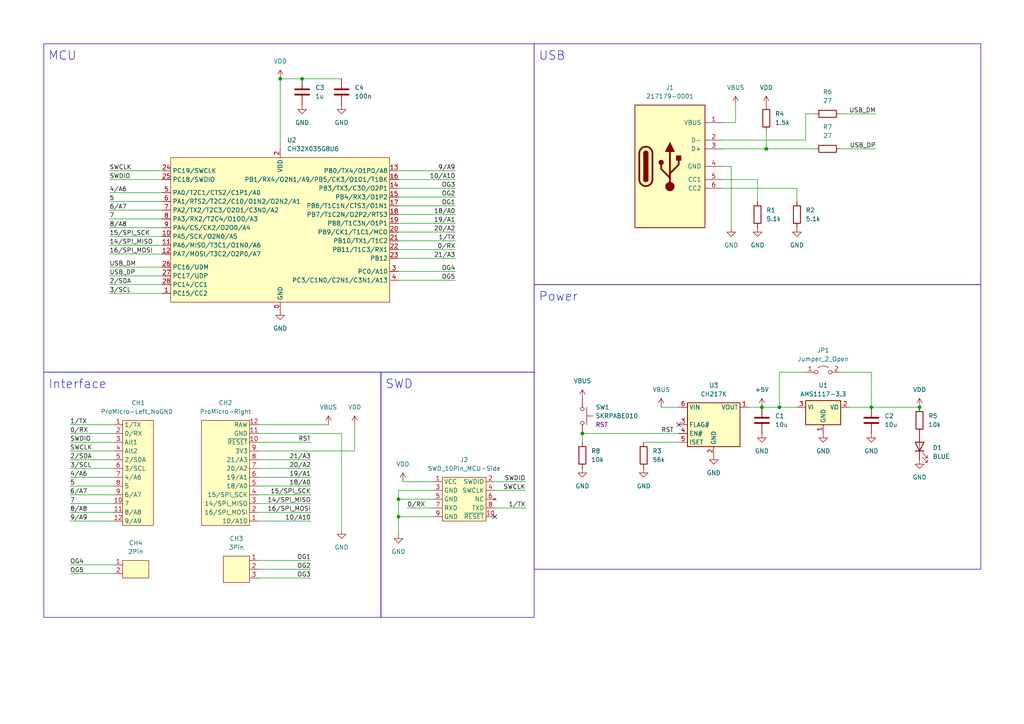
<source format=kicad_sch>
(kicad_sch (version 20230121) (generator eeschema)
  (paper "A4")
  (title_block (title "ch32x035 ProMicro") (date "2023-09-18") (rev "1.0.1") (company "@74th"))
  (lib_symbols
    (symbol "$74th:2Pin"
      (property "Reference" "CH" (at 0 2.54 0))
      (property "Value" "2Pin" (at 0 5.08 0))
      (symbol "2Pin_0_1"
        (rectangle (start -3.81 1.27) (end 3.81 -3.81) (stroke (width 0.1524)) (fill (type background)))
      )
      (symbol "2Pin_1_1"
        (pin bidirectional line (at 6.35 0 180) (length 2.54) (name "") (number "1"))
        (pin bidirectional line (at 6.35 -2.54 180) (length 2.54) (name "") (number "2"))
      )
    )
    (symbol "$74th:CH217K-USB_Power_Limit_Switch"
      (property "Reference" "U" (at -6.35 5.08 0))
      (property "Value" "CH217K" (at 3.81 5.08 0))
      (symbol "CH217K-USB_Power_Limit_Switch_1_1"
        (rectangle (start -7.62 3.81) (end 7.62 -8.89) (stroke (width 0.254)) (fill (type background)))
        (pin power_out line (at 10.16 2.54 180) (length 2.54) (name "VOUT") (number "1"))
        (pin power_in line (at 0 -11.43 90) (length 2.54) (name "GND") (number "2"))
        (pin input line (at -10.16 -2.54 0) (length 2.54) (name "FLAG#") (number "3"))
        (pin input line (at -10.16 -5.08 0) (length 2.54) (name "EN#") (number "4"))
        (pin input line (at -10.16 -7.62 0) (length 2.54) (name "ISET") (number "5"))
        (pin power_in line (at -10.16 2.54 0) (length 2.54) (name "VIN") (number "6"))
      )
    )
    (symbol "74th_Interface:3Pin"
      (property "Reference" "CH" (at 0 2.54 0))
      (property "Value" "3Pin" (at 0 5.08 0))
      (symbol "3Pin_0_1"
        (rectangle (start -3.81 1.27) (end 3.81 -6.35) (stroke (width 0.1524)) (fill (type background)))
      )
      (symbol "3Pin_1_1"
        (pin bidirectional line (at 6.35 0 180) (length 2.54) (name "") (number "1"))
        (pin bidirectional line (at 6.35 -2.54 180) (length 2.54) (name "") (number "2"))
        (pin bidirectional line (at 6.35 -5.08 180) (length 2.54) (name "") (number "3"))
      )
    )
    (symbol "74th_Interface:ProMicro-Left_NoGND"
      (property "Reference" "CH" (at 0 12.7 0))
      (property "Value" "ProMicro-Left_NoGND" (at 0 15.24 0))
      (symbol "ProMicro-Left_NoGND_0_1"
        (rectangle (start -3.81 11.43) (end 5.08 -19.05) (stroke (width 0.1524)) (fill (type background)))
      )
      (symbol "ProMicro-Left_NoGND_1_1"
        (pin bidirectional line (at -6.35 10.16 0) (length 2.54) (name "1/TX") (number "1"))
        (pin bidirectional line (at -6.35 -12.7 0) (length 2.54) (name "7") (number "10"))
        (pin bidirectional line (at -6.35 -15.24 0) (length 2.54) (name "8/A8") (number "11"))
        (pin bidirectional line (at -6.35 -17.78 0) (length 2.54) (name "9/A9") (number "12"))
        (pin bidirectional line (at -6.35 7.62 0) (length 2.54) (name "0/RX") (number "2"))
        (pin bidirectional line (at -6.35 5.08 0) (length 2.54) (name "Alt1") (number "3"))
        (pin bidirectional line (at -6.35 2.54 0) (length 2.54) (name "Alt2") (number "4"))
        (pin bidirectional line (at -6.35 0 0) (length 2.54) (name "2/SDA") (number "5"))
        (pin bidirectional line (at -6.35 -2.54 0) (length 2.54) (name "3/SCL") (number "6"))
        (pin bidirectional line (at -6.35 -5.08 0) (length 2.54) (name "4/A6") (number "7"))
        (pin bidirectional line (at -6.35 -7.62 0) (length 2.54) (name "5") (number "8"))
        (pin bidirectional line (at -6.35 -10.16 0) (length 2.54) (name "6/A7") (number "9"))
      )
    )
    (symbol "74th_Interface:ProMicro-Right"
      (property "Reference" "CH" (at 0 12.7 0))
      (property "Value" "ProMicro-Right" (at 0 15.24 0))
      (symbol "ProMicro-Right_0_1"
        (rectangle (start -3.81 11.43) (end 10.16 -19.05) (stroke (width 0.1524)) (fill (type background)))
      )
      (symbol "ProMicro-Right_1_1"
        (pin bidirectional line (at 12.7 -17.78 180) (length 2.54) (name "10/A10") (number "1"))
        (pin input line (at 12.7 5.08 180) (length 2.54) (name "~{RESET}") (number "10"))
        (pin power_in line (at 12.7 7.62 180) (length 2.54) (name "GND") (number "11"))
        (pin power_in line (at 12.7 10.16 180) (length 2.54) (name "RAW") (number "12"))
        (pin bidirectional line (at 12.7 -15.24 180) (length 2.54) (name "16/SPI_MOSI") (number "2"))
        (pin bidirectional line (at 12.7 -12.7 180) (length 2.54) (name "14/SPI_MISO") (number "3"))
        (pin bidirectional line (at 12.7 -10.16 180) (length 2.54) (name "15/SPI_SCK") (number "4"))
        (pin bidirectional line (at 12.7 -7.62 180) (length 2.54) (name "18/A0") (number "5"))
        (pin bidirectional line (at 12.7 -5.08 180) (length 2.54) (name "19/A1") (number "6"))
        (pin bidirectional line (at 12.7 -2.54 180) (length 2.54) (name "20/A2") (number "7"))
        (pin bidirectional line (at 12.7 0 180) (length 2.54) (name "21/A3") (number "8"))
        (pin power_in line (at 12.7 2.54 180) (length 2.54) (name "3V3") (number "9"))
      )
    )
    (symbol "74th_Interface:SWD_10Pin_MCU-Side"
      (property "Reference" "J" (at 0 7.62 0))
      (property "Value" "SWD_10Pin_MCU-Side" (at 0 5.08 0))
      (symbol "SWD_10Pin_MCU-Side_0_1"
        (rectangle (start -6.35 3.81) (end 6.35 -8.89) (fill (type background)))
      )
      (symbol "SWD_10Pin_MCU-Side_1_1"
        (pin passive line (at -8.89 2.54 0) (length 2.54) (name "VCC") (number "1"))
        (pin bidirectional line (at 8.89 -7.62 180) (length 2.54) (name "~{RESET}") (number "10"))
        (pin bidirectional line (at 8.89 2.54 180) (length 2.54) (name "SWDIO") (number "2"))
        (pin passive line (at -8.89 0 0) (length 2.54) (name "GND") (number "3"))
        (pin input line (at 8.89 0 180) (length 2.54) (name "SWCLK") (number "4"))
        (pin passive line (at -8.89 -2.54 0) (length 2.54) (name "GND") (number "5"))
        (pin no_connect line (at 8.89 -2.54 180) (length 2.54) (name "NC") (number "6"))
        (pin input line (at -8.89 -5.08 0) (length 2.54) (name "RXD") (number "7"))
        (pin output line (at 8.89 -5.08 180) (length 2.54) (name "TXD") (number "8"))
        (pin passive line (at -8.89 -7.62 0) (length 2.54) (name "GND") (number "9"))
      )
    )
    (symbol "74th_Interface:SW_SKRPABE010" (pin_numbers hide) (pin_names (offset 1.016) hide)
      (property "Reference" "SW" (at 1.27 2.54 0))
      (property "Value" "SW_SKRPABE010" (at 0 -1.524 0))
      (property "Function" "Function" (at 0 -3.81 0))
      (symbol "SW_SKRPABE010_0_1"
        (circle (center -2.032 0) (radius 0.508))
        (polyline (pts (xy 0 1.27) (xy 0 3.048)))
        (polyline (pts (xy 2.54 1.27) (xy -2.54 1.27)))
        (circle (center 2.032 0) (radius 0.508))
        (pin passive line (at -5.08 0 0) (length 2.54) (name "1") (number "1"))
        (pin passive line (at 5.08 0 180) (length 2.54) (name "2") (number "2"))
      )
    )
    (symbol "74th_Interface:USB_TypeC-2.0_Receptacle" (pin_names (offset 1.016))
      (property "Reference" "J" (at -10.16 19.05 0))
      (property "Value" "USB_TypeC-2.0_Receptacle" (at 15.24 19.05 0))
      (symbol "USB_TypeC-2.0_Receptacle_0_1"
        (rectangle (start -10.16 17.78) (end 10.16 -17.78) (stroke (width 0.254)) (fill (type background)))
        (arc (start -8.89 -3.81) (mid -6.985 -5.7067) (end -5.08 -3.81) (stroke (width 0.508)))
        (arc (start -7.62 -3.81) (mid -6.985 -4.4423) (end -6.35 -3.81) (stroke (width 0.254)))
        (arc (start -7.62 -3.81) (mid -6.985 -4.4423) (end -6.35 -3.81) (stroke (width 0.254)) (fill (type outline)))
        (rectangle (start -7.62 -3.81) (end -6.35 3.81) (stroke (width 0.254)) (fill (type outline)))
        (arc (start -6.35 3.81) (mid -6.985 4.4423) (end -7.62 3.81) (stroke (width 0.254)))
        (arc (start -6.35 3.81) (mid -6.985 4.4423) (end -7.62 3.81) (stroke (width 0.254)) (fill (type outline)))
        (arc (start -5.08 3.81) (mid -6.985 5.7067) (end -8.89 3.81) (stroke (width 0.508)))
        (circle (center -2.54 1.143) (radius 0.635) (stroke (width 0.254)) (fill (type outline)))
        (circle (center 0 -5.842) (radius 1.27) (fill (type outline)))
        (polyline (pts (xy -8.89 -3.81) (xy -8.89 3.81)) (stroke (width 0.508)))
        (polyline (pts (xy -5.08 3.81) (xy -5.08 -3.81)) (stroke (width 0.508)))
        (polyline (pts (xy 0 -5.842) (xy 0 4.318)) (stroke (width 0.508)))
        (polyline (pts (xy 0 -3.302) (xy -2.54 -0.762) (xy -2.54 0.508)) (stroke (width 0.508)))
        (polyline (pts (xy 0 -2.032) (xy 2.54 0.508) (xy 2.54 1.778)) (stroke (width 0.508)))
        (polyline (pts (xy -1.27 4.318) (xy 0 6.858) (xy 1.27 4.318) (xy -1.27 4.318)) (stroke (width 0.254)) (fill (type outline)))
        (rectangle (start 1.905 1.778) (end 3.175 3.048) (stroke (width 0.254)) (fill (type outline)))
      )
      (symbol "USB_TypeC-2.0_Receptacle_1_1"
        (pin power_out line (at 15.24 12.7 180) (length 5.08) (name "VBUS") (number "1"))
        (pin bidirectional line (at 15.24 7.62 180) (length 5.08) (name "D-") (number "2"))
        (pin bidirectional line (at 15.24 5.08 180) (length 5.08) (name "D+") (number "3"))
        (pin power_out line (at 15.24 0 180) (length 5.08) (name "GND") (number "4"))
        (pin input line (at 15.24 -3.81 180) (length 5.08) (name "CC1") (number "5"))
        (pin input line (at 15.24 -6.35 180) (length 5.08) (name "CC2") (number "6"))
      )
    )
    (symbol "74th_MCU:CH32X035G8U6"
      (property "Reference" "U" (at 13.97 3.81 0))
      (property "Value" "CH32X035G8U6" (at 22.86 -40.64 0))
      (symbol "CH32X035G8U6_0_1"
        (rectangle (start -31.75 2.54) (end 31.75 -39.37) (fill (type background)))
      )
      (symbol "CH32X035G8U6_1_1"
        (pin power_in line (at 0 -41.91 90) (length 2.54) (name "GND") (number "0"))
        (pin bidirectional line (at -34.29 -36.83 0) (length 2.54) (name "PC15/CC2") (number "1"))
        (pin bidirectional line (at -34.29 -20.32 0) (length 2.54) (name "PA5/SCK/O2N0/A5") (number "10"))
        (pin bidirectional line (at -34.29 -22.86 0) (length 2.54) (name "PA6/MISO/T3C1/O1N0/A6") (number "11"))
        (pin bidirectional line (at -34.29 -25.4 0) (length 2.54) (name "PA7/MOSI/T3C2/O2P0/A7") (number "12"))
        (pin bidirectional line (at 34.29 -1.27 180) (length 2.54) (name "PB0/TX4/O1P0/A8") (number "13"))
        (pin bidirectional line (at 34.29 -6.35 180) (length 2.54) (name "PB3/TX3/C3O/O2P1") (number "14"))
        (pin bidirectional line (at 34.29 -8.89 180) (length 2.54) (name "PB4/RX3/O1P2") (number "15"))
        (pin bidirectional line (at 34.29 -3.81 180) (length 2.54) (name "PB1/RX4/O2N1/A9/PB5/CK3/O1O1/T1BK") (number "16"))
        (pin bidirectional line (at 34.29 -11.43 180) (length 2.54) (name "PB6/T1C1N/CTS3/O1N1") (number "17"))
        (pin bidirectional line (at 34.29 -13.97 180) (length 2.54) (name "PB7/T1C2N/O2P2/RTS3") (number "18"))
        (pin bidirectional line (at 34.29 -16.51 180) (length 2.54) (name "PB8/T1C3N/O1P1") (number "19"))
        (pin power_in line (at 0 5.08 270) (length 2.54) (name "VDD") (number "2"))
        (pin bidirectional line (at 34.29 -19.05 180) (length 2.54) (name "PB9/CK1/T1C1/MCO") (number "20"))
        (pin bidirectional line (at 34.29 -21.59 180) (length 2.54) (name "PB10/TX1/T1C2") (number "21"))
        (pin bidirectional line (at 34.29 -24.13 180) (length 2.54) (name "PB11/T1C3/RX1") (number "22"))
        (pin bidirectional line (at 34.29 -26.67 180) (length 2.54) (name "PB12") (number "23"))
        (pin bidirectional line (at -34.29 -1.27 0) (length 2.54) (name "PC19/SWCLK") (number "24"))
        (pin bidirectional line (at -34.29 -3.81 0) (length 2.54) (name "PC18/SWDIO") (number "25"))
        (pin bidirectional line (at -34.29 -29.21 0) (length 2.54) (name "PC16/UDM") (number "26"))
        (pin bidirectional line (at -34.29 -31.75 0) (length 2.54) (name "PC17/UDP") (number "27"))
        (pin bidirectional line (at -34.29 -34.29 0) (length 2.54) (name "PC14/CC1") (number "28"))
        (pin bidirectional line (at 34.29 -30.48 180) (length 2.54) (name "PC0/A10") (number "3"))
        (pin bidirectional line (at 34.29 -33.02 180) (length 2.54) (name "PC3/C1N0/C2N1/C3N1/A13") (number "4"))
        (pin bidirectional line (at -34.29 -7.62 0) (length 2.54) (name "PA0/T2C1/CTS2/C1P1/A0") (number "5"))
        (pin bidirectional line (at -34.29 -10.16 0) (length 2.54) (name "PA1/RTS2/T2C2/C10/O1N2/O2N2/A1") (number "6"))
        (pin bidirectional line (at -34.29 -12.7 0) (length 2.54) (name "PA2/TX2/T2C3/O2O1/C3N0/A2") (number "7"))
        (pin bidirectional line (at -34.29 -15.24 0) (length 2.54) (name "PA3/RX2/T2C4/O1O0/A3") (number "8"))
        (pin bidirectional line (at -34.29 -17.78 0) (length 2.54) (name "PA4/CS/CK2/O2O0/A4") (number "9"))
      )
    )
    (symbol "74th_Passive:AMS1117-3.3_Regulator_SOT89"
      (property "Reference" "U" (at -3.81 3.175 0))
      (property "Value" "AMS1117" (at 0 3.175 0))
      (symbol "AMS1117-3.3_Regulator_SOT89_0_1"
        (rectangle (start -5.08 1.905) (end 5.08 -5.08) (stroke (width 0.254)) (fill (type background)))
      )
      (symbol "AMS1117-3.3_Regulator_SOT89_1_1"
        (pin power_in line (at 0 -7.62 90) (length 2.54) (name "GND") (number "1"))
        (pin power_out line (at 7.62 0 180) (length 2.54) (name "VO") (number "2"))
        (pin power_in line (at -7.62 0 0) (length 2.54) (name "VI") (number "3"))
      )
    )
    (symbol "Device:C" (pin_numbers hide) (pin_names (offset 0.254))
      (property "Reference" "C" (at 0.635 2.54 0))
      (property "Value" "C" (at 0.635 -2.54 0))
      (symbol "C_0_1"
        (polyline (pts (xy -2.032 -0.762) (xy 2.032 -0.762)) (stroke (width 0.508)))
        (polyline (pts (xy -2.032 0.762) (xy 2.032 0.762)) (stroke (width 0.508)))
      )
      (symbol "C_1_1"
        (pin passive line (at 0 3.81 270) (length 2.794) (name "~") (number "1"))
        (pin passive line (at 0 -3.81 90) (length 2.794) (name "~") (number "2"))
      )
    )
    (symbol "Device:LED" (pin_numbers hide) (pin_names (offset 1.016) hide)
      (property "Reference" "D" (at 0 2.54 0))
      (property "Value" "LED" (at 0 -2.54 0))
      (symbol "LED_0_1"
        (polyline (pts (xy -1.27 -1.27) (xy -1.27 1.27)) (stroke (width 0.254)))
        (polyline (pts (xy -1.27 0) (xy 1.27 0)))
        (polyline (pts (xy 1.27 -1.27) (xy 1.27 1.27) (xy -1.27 0) (xy 1.27 -1.27)) (stroke (width 0.254)))
        (polyline (pts (xy -3.048 -0.762) (xy -4.572 -2.286) (xy -3.81 -2.286) (xy -4.572 -2.286) (xy -4.572 -1.524)))
        (polyline (pts (xy -1.778 -0.762) (xy -3.302 -2.286) (xy -2.54 -2.286) (xy -3.302 -2.286) (xy -3.302 -1.524)))
      )
      (symbol "LED_1_1"
        (pin passive line (at -3.81 0 0) (length 2.54) (name "K") (number "1"))
        (pin passive line (at 3.81 0 180) (length 2.54) (name "A") (number "2"))
      )
    )
    (symbol "Device:R" (pin_numbers hide) (pin_names (offset 0))
      (property "Reference" "R" (at 2.032 0 90))
      (property "Value" "R" (at 0 0 90))
      (symbol "R_0_1"
        (rectangle (start -1.016 -2.54) (end 1.016 2.54) (stroke (width 0.254)))
      )
      (symbol "R_1_1"
        (pin passive line (at 0 3.81 270) (length 1.27) (name "~") (number "1"))
        (pin passive line (at 0 -3.81 90) (length 1.27) (name "~") (number "2"))
      )
    )
    (symbol "Jumper:Jumper_2_Open" (pin_names (offset 0) hide)
      (property "Reference" "JP" (at 0 2.794 0))
      (property "Value" "Jumper_2_Open" (at 0 -2.286 0))
      (symbol "Jumper_2_Open_0_0"
        (circle (center -2.032 0) (radius 0.508))
        (circle (center 2.032 0) (radius 0.508))
      )
      (symbol "Jumper_2_Open_0_1"
        (arc (start 1.524 1.27) (mid 0 1.778) (end -1.524 1.27))
      )
      (symbol "Jumper_2_Open_1_1"
        (pin passive line (at -5.08 0 0) (length 2.54) (name "A") (number "1"))
        (pin passive line (at 5.08 0 180) (length 2.54) (name "B") (number "2"))
      )
    )
    (symbol "power:+5V" (power) (pin_names (offset 0))
      (property "Value" "+5V" (at 0 3.556 0))
      (symbol "+5V_0_1"
        (polyline (pts (xy -0.762 1.27) (xy 0 2.54)))
        (polyline (pts (xy 0 0) (xy 0 2.54)))
        (polyline (pts (xy 0 2.54) (xy 0.762 1.27)))
      )
      (symbol "+5V_1_1"
        (pin power_in line (at 0 0 90) (length 0) hide (name "+5V") (number "1"))
      )
    )
    (symbol "power:GND" (power) (pin_names (offset 0))
      (property "Value" "GND" (at 0 -3.81 0))
      (symbol "GND_0_1"
        (polyline (pts (xy 0 0) (xy 0 -1.27) (xy 1.27 -1.27) (xy 0 -2.54) (xy -1.27 -1.27) (xy 0 -1.27)))
      )
      (symbol "GND_1_1"
        (pin power_in line (at 0 0 270) (length 0) hide (name "GND") (number "1"))
      )
    )
    (symbol "power:VBUS" (power) (pin_names (offset 0))
      (property "Value" "VBUS" (at 0 3.81 0))
      (symbol "VBUS_0_1"
        (polyline (pts (xy -0.762 1.27) (xy 0 2.54)))
        (polyline (pts (xy 0 0) (xy 0 2.54)))
        (polyline (pts (xy 0 2.54) (xy 0.762 1.27)))
      )
      (symbol "VBUS_1_1"
        (pin power_in line (at 0 0 90) (length 0) hide (name "VBUS") (number "1"))
      )
    )
    (symbol "power:VDD" (power) (pin_names (offset 0))
      (property "Value" "VDD" (at 0 3.81 0))
      (symbol "VDD_0_1"
        (polyline (pts (xy -0.762 1.27) (xy 0 2.54)))
        (polyline (pts (xy 0 0) (xy 0 2.54)))
        (polyline (pts (xy 0 2.54) (xy 0.762 1.27)))
      )
      (symbol "VDD_1_1"
        (pin power_in line (at 0 0 90) (length 0) hide (name "VDD") (number "1"))
      )
    )
  )
  (junction (at 226.06 118.11))
  (junction (at 220.98 118.11))
  (junction (at 252.73 118.11))
  (junction (at 87.63 22.86))
  (junction (at 222.25 43.18))
  (junction (at 115.57 144.78))
  (junction (at 115.57 149.86))
  (junction (at 81.28 22.86))
  (junction (at 266.7 118.11))
  (junction (at 168.91 125.73))
  (no_connect (at 196.85 123.19))
  (no_connect (at 143.51 149.86))
  (wire (pts (xy 209.55 35.56) (xy 213.36 35.56)))
  (wire (pts (xy 31.75 60.96) (xy 46.99 60.96)))
  (wire (pts (xy 74.93 123.19) (xy 95.25 123.19)))
  (wire (pts (xy 31.75 77.47) (xy 46.99 77.47)))
  (wire (pts (xy 115.57 74.93) (xy 132.08 74.93)))
  (wire (pts (xy 125.73 142.24) (xy 115.57 142.24)))
  (wire (pts (xy 243.84 43.18) (xy 254 43.18)))
  (wire (pts (xy 31.75 52.07) (xy 46.99 52.07)))
  (wire (pts (xy 74.93 165.1) (xy 90.17 165.1)))
  (wire (pts (xy 209.55 48.26) (xy 212.09 48.26)))
  (wire (pts (xy 115.57 142.24) (xy 115.57 144.78)))
  (wire (pts (xy 115.57 52.07) (xy 132.08 52.07)))
  (wire (pts (xy 213.36 35.56) (xy 213.36 30.48)))
  (wire (pts (xy 209.55 52.07) (xy 219.71 52.07)))
  (wire (pts (xy 74.93 146.05) (xy 90.17 146.05)))
  (wire (pts (xy 115.57 144.78) (xy 115.57 149.86)))
  (wire (pts (xy 115.57 67.31) (xy 132.08 67.31)))
  (wire (pts (xy 74.93 148.59) (xy 90.17 148.59)))
  (wire (pts (xy 226.06 107.95) (xy 226.06 118.11)))
  (wire (pts (xy 115.57 81.28) (xy 132.08 81.28)))
  (wire (pts (xy 115.57 62.23) (xy 132.08 62.23)))
  (wire (pts (xy 219.71 52.07) (xy 219.71 58.42)))
  (wire (pts (xy 143.51 147.32) (xy 152.4 147.32)))
  (wire (pts (xy 20.32 140.97) (xy 33.02 140.97)))
  (wire (pts (xy 115.57 64.77) (xy 132.08 64.77)))
  (wire (pts (xy 231.14 54.61) (xy 231.14 58.42)))
  (wire (pts (xy 74.93 162.56) (xy 90.17 162.56)))
  (wire (pts (xy 74.93 125.73) (xy 99.06 125.73)))
  (wire (pts (xy 252.73 118.11) (xy 266.7 118.11)))
  (wire (pts (xy 31.75 82.55) (xy 46.99 82.55)))
  (wire (pts (xy 74.93 151.13) (xy 90.17 151.13)))
  (wire (pts (xy 116.84 139.7) (xy 125.73 139.7)))
  (wire (pts (xy 31.75 66.04) (xy 46.99 66.04)))
  (wire (pts (xy 115.57 49.53) (xy 132.08 49.53)))
  (wire (pts (xy 212.09 48.26) (xy 212.09 66.04)))
  (wire (pts (xy 31.75 58.42) (xy 46.99 58.42)))
  (wire (pts (xy 222.25 38.1) (xy 222.25 43.18)))
  (wire (pts (xy 31.75 68.58) (xy 46.99 68.58)))
  (wire (pts (xy 31.75 85.09) (xy 46.99 85.09)))
  (wire (pts (xy 233.68 33.02) (xy 236.22 33.02)))
  (wire (pts (xy 118.11 147.32) (xy 125.73 147.32)))
  (wire (pts (xy 20.32 130.81) (xy 33.02 130.81)))
  (wire (pts (xy 31.75 55.88) (xy 46.99 55.88)))
  (wire (pts (xy 102.87 130.81) (xy 102.87 123.19)))
  (wire (pts (xy 87.63 22.86) (xy 99.06 22.86)))
  (wire (pts (xy 81.28 22.86) (xy 81.28 43.18)))
  (wire (pts (xy 115.57 54.61) (xy 132.08 54.61)))
  (wire (pts (xy 74.93 130.81) (xy 102.87 130.81)))
  (wire (pts (xy 243.84 33.02) (xy 254 33.02)))
  (wire (pts (xy 191.77 118.11) (xy 196.85 118.11)))
  (wire (pts (xy 115.57 69.85) (xy 132.08 69.85)))
  (wire (pts (xy 31.75 71.12) (xy 46.99 71.12)))
  (wire (pts (xy 233.68 40.64) (xy 233.68 33.02)))
  (wire (pts (xy 209.55 54.61) (xy 231.14 54.61)))
  (wire (pts (xy 20.32 163.83) (xy 33.02 163.83)))
  (wire (pts (xy 209.55 43.18) (xy 222.25 43.18)))
  (wire (pts (xy 143.51 139.7) (xy 152.4 139.7)))
  (wire (pts (xy 233.68 107.95) (xy 226.06 107.95)))
  (wire (pts (xy 115.57 144.78) (xy 125.73 144.78)))
  (wire (pts (xy 20.32 143.51) (xy 33.02 143.51)))
  (wire (pts (xy 115.57 78.74) (xy 132.08 78.74)))
  (wire (pts (xy 31.75 63.5) (xy 46.99 63.5)))
  (wire (pts (xy 252.73 107.95) (xy 252.73 118.11)))
  (wire (pts (xy 222.25 43.18) (xy 236.22 43.18)))
  (wire (pts (xy 220.98 118.11) (xy 226.06 118.11)))
  (wire (pts (xy 20.32 135.89) (xy 33.02 135.89)))
  (wire (pts (xy 209.55 40.64) (xy 233.68 40.64)))
  (wire (pts (xy 115.57 57.15) (xy 132.08 57.15)))
  (wire (pts (xy 20.32 133.35) (xy 33.02 133.35)))
  (wire (pts (xy 115.57 149.86) (xy 125.73 149.86)))
  (wire (pts (xy 20.32 148.59) (xy 33.02 148.59)))
  (wire (pts (xy 74.93 143.51) (xy 90.17 143.51)))
  (wire (pts (xy 99.06 125.73) (xy 99.06 153.67)))
  (wire (pts (xy 243.84 107.95) (xy 252.73 107.95)))
  (wire (pts (xy 20.32 151.13) (xy 33.02 151.13)))
  (wire (pts (xy 74.93 167.64) (xy 90.17 167.64)))
  (wire (pts (xy 115.57 72.39) (xy 132.08 72.39)))
  (wire (pts (xy 20.32 138.43) (xy 33.02 138.43)))
  (wire (pts (xy 31.75 73.66) (xy 46.99 73.66)))
  (wire (pts (xy 115.57 59.69) (xy 132.08 59.69)))
  (wire (pts (xy 143.51 142.24) (xy 152.4 142.24)))
  (wire (pts (xy 74.93 133.35) (xy 90.17 133.35)))
  (wire (pts (xy 74.93 140.97) (xy 90.17 140.97)))
  (wire (pts (xy 226.06 118.11) (xy 231.14 118.11)))
  (wire (pts (xy 115.57 149.86) (xy 115.57 154.94)))
  (wire (pts (xy 74.93 128.27) (xy 90.17 128.27)))
  (wire (pts (xy 168.91 125.73) (xy 196.85 125.73)))
  (wire (pts (xy 220.98 118.11) (xy 217.17 118.11)))
  (wire (pts (xy 81.28 22.86) (xy 87.63 22.86)))
  (wire (pts (xy 168.91 125.73) (xy 168.91 128.27)))
  (wire (pts (xy 74.93 138.43) (xy 90.17 138.43)))
  (wire (pts (xy 31.75 80.01) (xy 46.99 80.01)))
  (wire (pts (xy 20.32 125.73) (xy 33.02 125.73)))
  (wire (pts (xy 186.69 128.27) (xy 196.85 128.27)))
  (wire (pts (xy 20.32 123.19) (xy 33.02 123.19)))
  (wire (pts (xy 20.32 128.27) (xy 33.02 128.27)))
  (wire (pts (xy 20.32 146.05) (xy 33.02 146.05)))
  (wire (pts (xy 246.38 118.11) (xy 252.73 118.11)))
  (wire (pts (xy 74.93 135.89) (xy 90.17 135.89)))
  (wire (pts (xy 31.75 49.53) (xy 46.99 49.53)))
  (wire (pts (xy 20.32 166.37) (xy 33.02 166.37)))
  (rectangle (start 154.94 12.7) (end 284.48 82.55))
  (rectangle (start 12.7 107.95) (end 110.49 179.07))
  (rectangle (start 12.7 12.7) (end 154.94 107.95))
  (rectangle (start 154.94 82.55) (end 284.48 165.1))
  (rectangle (start 110.49 107.95) (end 154.94 179.07))
  (text "MCU" (at 13.97 17.78 0) (effects (font (size 2.54 2.54)) (justify left bottom)))
  (text "USB" (at 156.21 17.78 0) (effects (font (size 2.54 2.54)) (justify left bottom)))
  (text "Power" (at 156.21 87.63 0) (effects (font (size 2.54 2.54)) (justify left bottom)))
  (text "Interface" (at 13.97 113.03 0) (effects (font (size 2.54 2.54)) (justify left bottom)))
  (text "SWD" (at 111.76 113.03 0) (effects (font (size 2.54 2.54)) (justify left bottom)))
  (label "SWDIO" (at 152.4 139.7 180))
  (label "15{slash}SPI_SCK" (at 31.75 68.58 0))
  (label "RST" (at 191.77 125.73 0))
  (label "5" (at 20.32 140.97 0))
  (label "2{slash}SDA" (at 20.32 133.35 0))
  (label "OG4" (at 20.32 163.83 0))
  (label "OG5" (at 132.08 81.28 180))
  (label "1{slash}TX" (at 132.08 69.85 180))
  (label "16{slash}SPI_MOSI" (at 31.75 73.66 0))
  (label "OG1" (at 90.17 162.56 180))
  (label "8{slash}A8" (at 20.32 148.59 0))
  (label "3{slash}SCL" (at 20.32 135.89 0))
  (label "RST" (at 90.17 128.27 180))
  (label "20{slash}A2" (at 132.08 67.31 180))
  (label "SWDIO" (at 31.75 52.07 0))
  (label "0{slash}RX" (at 118.11 147.32 0))
  (label "14{slash}SPI_MISO" (at 90.17 146.05 180))
  (label "4{slash}A6" (at 20.32 138.43 0))
  (label "7" (at 31.75 63.5 0))
  (label "SWCLK" (at 152.4 142.24 180))
  (label "19{slash}A1" (at 90.17 138.43 180))
  (label "1{slash}TX" (at 152.4 147.32 180))
  (label "USB_DP" (at 31.75 80.01 0))
  (label "20{slash}A2" (at 90.17 135.89 180))
  (label "OG2" (at 132.08 57.15 180))
  (label "OG2" (at 90.17 165.1 180))
  (label "OG4" (at 132.08 78.74 180))
  (label "18{slash}A0" (at 132.08 62.23 180))
  (label "OG3" (at 90.17 167.64 180))
  (label "2{slash}SDA" (at 31.75 82.55 0))
  (label "21{slash}A3" (at 132.08 74.93 180))
  (label "OG3" (at 132.08 54.61 180))
  (label "19{slash}A1" (at 132.08 64.77 180))
  (label "0{slash}RX" (at 20.32 125.73 0))
  (label "SWDIO" (at 20.32 128.27 0))
  (label "10{slash}A10" (at 90.17 151.13 180))
  (label "15{slash}SPI_SCK" (at 90.17 143.51 180))
  (label "21{slash}A3" (at 90.17 133.35 180))
  (label "5" (at 31.75 58.42 0))
  (label "16{slash}SPI_MOSI" (at 90.17 148.59 180))
  (label "6{slash}A7" (at 31.75 60.96 0))
  (label "OG1" (at 132.08 59.69 180))
  (label "0{slash}RX" (at 132.08 72.39 180))
  (label "OG5" (at 20.32 166.37 0))
  (label "10{slash}A10" (at 132.08 52.07 180))
  (label "1{slash}TX" (at 20.32 123.19 0))
  (label "14{slash}SPI_MISO" (at 31.75 71.12 0))
  (label "SWCLK" (at 31.75 49.53 0))
  (label "7" (at 20.32 146.05 0))
  (label "USB_DM" (at 254 33.02 180))
  (label "3{slash}SCL" (at 31.75 85.09 0))
  (label "4{slash}A6" (at 31.75 55.88 0))
  (label "SWCLK" (at 20.32 130.81 0))
  (label "18{slash}A0" (at 90.17 140.97 180))
  (label "8{slash}A8" (at 31.75 66.04 0))
  (label "USB_DP" (at 254 43.18 180))
  (label "USB_DM" (at 31.75 77.47 0))
  (label "6{slash}A7" (at 20.32 143.51 0))
  (label "9{slash}A9" (at 132.08 49.53 180))
  (label "9{slash}A9" (at 20.32 151.13 0))
  (symbol (lib_id "power:VDD") (at 81.28 22.86 0) (unit 1)
    (property "Reference" "#PWR019" (effects hide))
    (property "Value" "VDD" (at 81.28 17.78 0))
  )
  (symbol (lib_id "power:VDD") (at 116.84 139.7 0) (unit 1)
    (property "Reference" "#PWR010" (effects hide))
    (property "Value" "VDD" (at 116.84 134.62 0))
  )
  (symbol (lib_id "Device:R") (at 186.69 132.08 0) (unit 1)
    (property "Reference" "R3" (at 189.23 130.81 0) (effects (justify left)))
    (property "Value" "56k" (at 189.23 133.35 0) (effects (justify left)))
    (property "Footprint" "74th:Register_0603_1608" (effects hide))
  )
  (symbol (lib_id "$74th:CH217K-USB_Power_Limit_Switch") (at 207.01 120.65 0) (unit 1)
    (property "Reference" "U3" (at 207.01 111.76 0))
    (property "Value" "CH217K" (at 207.01 114.3 0))
    (property "Footprint" "Package_TO_SOT_SMD:SOT-23-6" (effects hide))
  )
  (symbol (lib_id "power:GND") (at 212.09 66.04 0) (unit 1)
    (property "Reference" "#PWR04" (effects hide))
    (property "Value" "GND" (at 212.09 71.12 0))
  )
  (symbol (lib_id "power:GND") (at 252.73 125.73 0) (unit 1)
    (property "Reference" "#PWR011" (effects hide))
    (property "Value" "GND" (at 252.73 130.81 0))
  )
  (symbol (lib_id "74th_Interface:SW_SKRPABE010") (at 168.91 120.65 270) (unit 1)
    (property "Reference" "SW1" (at 172.72 118.11 90) (effects (justify left)))
    (property "Value" "SKRPABE010" (at 172.72 120.65 90) (effects (justify left)))
    (property "Footprint" "74th:PushButton_SKRPABE010" (effects hide))
    (property "Function" "RST" (at 172.72 123.19 90) (effects (justify left)))
  )
  (symbol (lib_id "Device:C") (at 99.06 26.67 0) (unit 1)
    (property "Reference" "C4" (at 102.87 25.4 0) (effects (justify left)))
    (property "Value" "100n" (at 102.87 27.94 0) (effects (justify left)))
    (property "Footprint" "74th:Capacitor_0603_1608" (effects hide))
  )
  (symbol (lib_id "74th_Passive:AMS1117-3.3_Regulator_SOT89") (at 238.76 118.11 0) (unit 1)
    (property "Reference" "U1" (at 238.76 111.76 0))
    (property "Value" "AMS1117-3.3" (at 238.76 114.3 0))
    (property "Footprint" "Package_TO_SOT_SMD:SOT-89-3" (effects hide))
  )
  (symbol (lib_id "power:GND") (at 81.28 90.17 0) (unit 1)
    (property "Reference" "#PWR021" (effects hide))
    (property "Value" "GND" (at 81.28 95.25 0))
  )
  (symbol (lib_id "Jumper:Jumper_2_Open") (at 238.76 107.95 0) (unit 1)
    (property "Reference" "JP1" (at 238.76 101.6 0))
    (property "Value" "Jumper_2_Open" (at 238.76 104.14 0))
    (property "Footprint" "Jumper:SolderJumper-2_P1.3mm_Open_RoundedPad1.0x1.5mm" (effects hide))
  )
  (symbol (lib_id "power:GND") (at 87.63 30.48 0) (unit 1)
    (property "Reference" "#PWR027" (effects hide))
    (property "Value" "GND" (at 87.63 35.56 0))
  )
  (symbol (lib_id "power:GND") (at 266.7 133.35 0) (unit 1)
    (property "Reference" "#PWR029" (effects hide))
    (property "Value" "GND" (at 266.7 138.43 0))
  )
  (symbol (lib_id "power:GND") (at 207.01 132.08 0) (unit 1)
    (property "Reference" "#PWR013" (effects hide))
    (property "Value" "GND" (at 207.01 137.16 0))
  )
  (symbol (lib_id "Device:C") (at 87.63 26.67 0) (unit 1)
    (property "Reference" "C3" (at 91.44 25.4 0) (effects (justify left)))
    (property "Value" "1u" (at 91.44 27.94 0) (effects (justify left)))
    (property "Footprint" "74th:Capacitor_0603_1608" (effects hide))
  )
  (symbol (lib_id "Device:R") (at 231.14 62.23 0) (unit 1)
    (property "Reference" "R2" (at 233.68 60.96 0) (effects (justify left)))
    (property "Value" "5.1k" (at 233.68 63.5 0) (effects (justify left)))
    (property "Footprint" "74th:Register_0603_1608" (effects hide))
  )
  (symbol (lib_id "74th_MCU:CH32X035G8U6") (at 81.28 48.26 0) (unit 1)
    (property "Reference" "U2" (at 83.2359 40.64 0) (effects (justify left)))
    (property "Value" "CH32X035G8U6" (at 83.2359 43.18 0) (effects (justify left)))
    (property "Footprint" "74th:Package_QFN-28-1EP_4x4mm_P0.4mm_EP2.8x2.8mm" (effects hide))
    (property "Datasheet" "https://www.wch-ic.com/downloads/CH32X035DS0_PDF.html" (effects hide))
  )
  (symbol (lib_id "power:VBUS") (at 168.91 115.57 0) (unit 1)
    (property "Reference" "#PWR06" (effects hide))
    (property "Value" "VBUS" (at 168.91 110.49 0))
  )
  (symbol (lib_id "power:GND") (at 238.76 125.73 0) (unit 1)
    (property "Reference" "#PWR015" (effects hide))
    (property "Value" "GND" (at 238.76 130.81 0))
  )
  (symbol (lib_id "Device:R") (at 240.03 43.18 270) (unit 1)
    (property "Reference" "R7" (at 240.03 36.83 90))
    (property "Value" "27" (at 240.03 39.37 90))
    (property "Footprint" "74th:Register_0603_1608" (effects hide))
  )
  (symbol (lib_id "74th_Interface:ProMicro-Right") (at 62.23 133.35 0) (unit 1)
    (property "Reference" "CH2" (at 65.405 116.84 0))
    (property "Value" "ProMicro-Right" (at 65.405 119.38 0))
    (property "Footprint" "74th:PinOut_ProMicro-LIKE_RIGHT" (effects hide))
  )
  (symbol (lib_id "Device:C") (at 220.98 121.92 0) (unit 1)
    (property "Reference" "C1" (at 224.79 120.65 0) (effects (justify left)))
    (property "Value" "10u" (at 224.79 123.19 0) (effects (justify left)))
    (property "Footprint" "74th:Capacitor_0603_1608" (effects hide))
  )
  (symbol (lib_id "power:GND") (at 115.57 154.94 0) (unit 1)
    (property "Reference" "#PWR012" (effects hide))
    (property "Value" "GND" (at 115.57 160.02 0))
  )
  (symbol (lib_id "Device:R") (at 240.03 33.02 270) (unit 1)
    (property "Reference" "R6" (at 240.03 26.67 90))
    (property "Value" "27" (at 240.03 29.21 90))
    (property "Footprint" "74th:Register_0603_1608" (effects hide))
  )
  (symbol (lib_id "power:GND") (at 99.06 30.48 0) (unit 1)
    (property "Reference" "#PWR028" (effects hide))
    (property "Value" "GND" (at 99.06 35.56 0))
  )
  (symbol (lib_id "Device:R") (at 168.91 132.08 0) (unit 1)
    (property "Reference" "R8" (at 171.45 130.81 0) (effects (justify left)))
    (property "Value" "10k" (at 171.45 133.35 0) (effects (justify left)))
    (property "Footprint" "74th:Register_0603_1608" (effects hide))
  )
  (symbol (lib_id "74th_Interface:SWD_10Pin_MCU-Side") (at 134.62 142.24 0) (unit 1)
    (property "Reference" "J2" (at 134.62 133.35 0))
    (property "Value" "SWD_10Pin_MCU-Side" (at 134.62 135.89 0))
    (property "Footprint" "74th:Connector_HalfPinHeader_SWD" (effects hide))
  )
  (symbol (lib_id "74th_Interface:USB_TypeC-2.0_Receptacle") (at 194.31 48.26 0) (unit 1)
    (property "Reference" "J1" (at 194.31 25.4 0))
    (property "Value" "217179-0001" (at 194.31 27.94 0))
    (property "Footprint" "74th:Connector_USB-C-Receptacle_SMT_12-Pin_Simple" (effects hide))
    (property "Datasheet" "https://www.usb.org/sites/default/files/documents/usb_type-c.zip" (effects hide))
  )
  (symbol (lib_id "power:GND") (at 168.91 135.89 0) (unit 1)
    (property "Reference" "#PWR023" (effects hide))
    (property "Value" "GND" (at 168.91 140.97 0))
  )
  (symbol (lib_id "power:GND") (at 219.71 66.04 0) (unit 1)
    (property "Reference" "#PWR02" (effects hide))
    (property "Value" "GND" (at 219.71 71.12 0))
  )
  (symbol (lib_id "power:VBUS") (at 191.77 118.11 0) (unit 1)
    (property "Reference" "#PWR08" (effects hide))
    (property "Value" "VBUS" (at 191.77 113.03 0))
  )
  (symbol (lib_id "power:GND") (at 231.14 66.04 0) (unit 1)
    (property "Reference" "#PWR03" (effects hide))
    (property "Value" "GND" (at 231.14 71.12 0))
  )
  (symbol (lib_id "power:VDD") (at 222.25 30.48 0) (unit 1)
    (property "Reference" "#PWR022" (effects hide))
    (property "Value" "VDD" (at 222.25 25.4 0))
  )
  (symbol (lib_id "Device:LED") (at 266.7 129.54 90) (unit 1)
    (property "Reference" "D1" (at 270.51 129.8575 90) (effects (justify right)))
    (property "Value" "BLUE" (at 270.51 132.3975 90) (effects (justify right)))
    (property "Footprint" "74th:LED_0805_2012" (effects hide))
  )
  (symbol (lib_id "power:GND") (at 99.06 153.67 0) (unit 1)
    (property "Reference" "#PWR018" (effects hide))
    (property "Value" "GND" (at 99.06 158.75 0))
  )
  (symbol (lib_id "power:GND") (at 220.98 125.73 0) (unit 1)
    (property "Reference" "#PWR07" (effects hide))
    (property "Value" "GND" (at 220.98 130.81 0))
  )
  (symbol (lib_id "Device:R") (at 219.71 62.23 0) (unit 1)
    (property "Reference" "R1" (at 222.25 60.96 0) (effects (justify left)))
    (property "Value" "5.1k" (at 222.25 63.5 0) (effects (justify left)))
    (property "Footprint" "74th:Register_0603_1608" (effects hide))
  )
  (symbol (lib_id "power:VBUS") (at 213.36 30.48 0) (unit 1)
    (property "Reference" "#PWR01" (effects hide))
    (property "Value" "VBUS" (at 213.36 25.4 0))
  )
  (symbol (lib_id "power:VDD") (at 266.7 118.11 0) (unit 1)
    (property "Reference" "#PWR026" (effects hide))
    (property "Value" "VDD" (at 266.7 113.03 0))
  )
  (symbol (lib_id "$74th:2Pin") (at 39.37 163.83 0) (mirror y) (unit 1)
    (property "Reference" "CH4" (at 39.37 157.48 0))
    (property "Value" "2Pin" (at 39.37 160.02 0))
    (property "Footprint" "74th:PinOut_2Pin" (effects hide))
  )
  (symbol (lib_id "power:VDD") (at 102.87 123.19 0) (unit 1)
    (property "Reference" "#PWR025" (effects hide))
    (property "Value" "VDD" (at 102.87 118.11 0))
  )
  (symbol (lib_id "power:+5V") (at 220.98 118.11 0) (unit 1)
    (property "Reference" "#PWR09" (effects hide))
    (property "Value" "+5V" (at 220.98 113.03 0))
  )
  (symbol (lib_id "Device:C") (at 252.73 121.92 0) (unit 1)
    (property "Reference" "C2" (at 256.54 120.65 0) (effects (justify left)))
    (property "Value" "10u" (at 256.54 123.19 0) (effects (justify left)))
    (property "Footprint" "74th:Capacitor_0603_1608" (effects hide))
  )
  (symbol (lib_id "74th_Interface:3Pin") (at 68.58 162.56 0) (unit 1)
    (property "Reference" "CH3" (at 68.58 156.21 0))
    (property "Value" "3Pin" (at 68.58 158.75 0))
    (property "Footprint" "74th:PinOut_3Pin" (effects hide))
  )
  (symbol (lib_id "power:VBUS") (at 95.25 123.19 0) (unit 1)
    (property "Reference" "#PWR017" (effects hide))
    (property "Value" "VBUS" (at 95.25 118.11 0))
  )
  (symbol (lib_id "Device:R") (at 266.7 121.92 0) (unit 1)
    (property "Reference" "R5" (at 269.24 120.65 0) (effects (justify left)))
    (property "Value" "10k" (at 269.24 123.19 0) (effects (justify left)))
    (property "Footprint" "74th:Register_0603_1608" (effects hide))
  )
  (symbol (lib_id "Device:R") (at 222.25 34.29 180) (unit 1)
    (property "Reference" "R4" (at 224.79 33.02 0) (effects (justify right)))
    (property "Value" "1.5k" (at 224.79 35.56 0) (effects (justify right)))
    (property "Footprint" "74th:Register_0603_1608" (effects hide))
  )
  (symbol (lib_id "74th_Interface:ProMicro-Left_NoGND") (at 39.37 133.35 0) (unit 1)
    (property "Reference" "CH1" (at 38.1 116.84 0) (effects (justify left)))
    (property "Value" "ProMicro-Left_NoGND" (at 29.21 119.38 0) (effects (justify left)))
    (property "Footprint" "74th:PinOut_ProMicro-LIKE_LEFT_NO-GND" (effects hide))
  )
  (symbol (lib_id "power:GND") (at 186.69 135.89 0) (unit 1)
    (property "Reference" "#PWR05" (effects hide))
    (property "Value" "GND" (at 186.69 140.97 0))
  )
)
</source>
